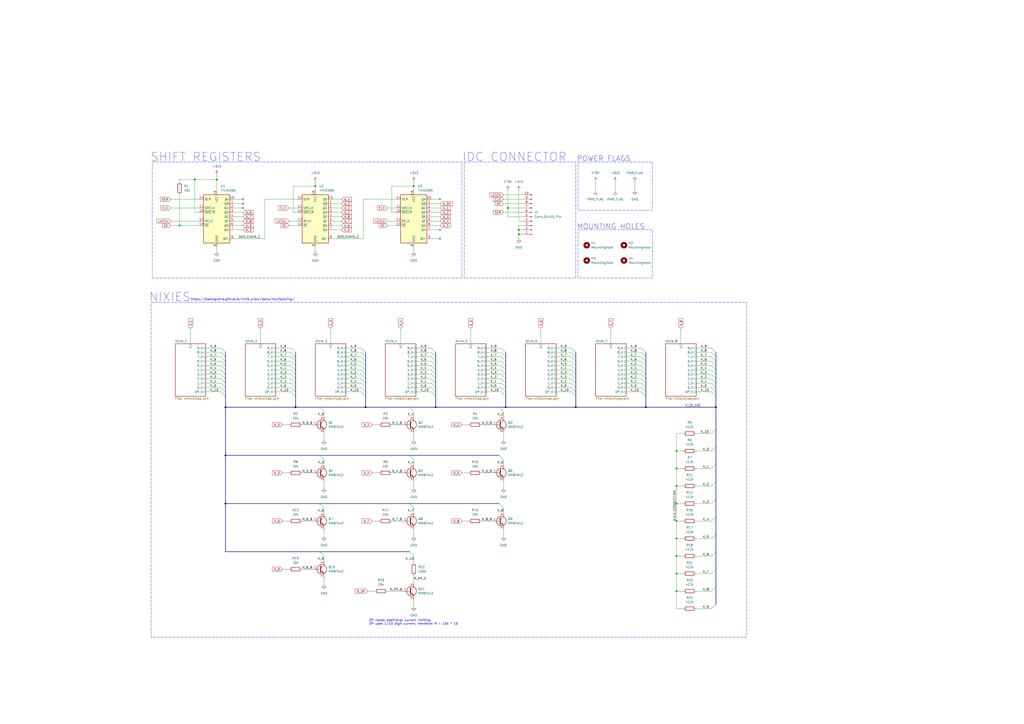
<source format=kicad_sch>
(kicad_sch (version 20231120) (generator "eeschema") (generator_version "8.0")
  (paper "A2")
  (title_block (title "Nixie Driver Board Schematic") (date "2024-07-12") (rev "0.1.2"))
  (junction (at 392.43 312.42))
  (junction (at 392.43 322.58))
  (junction (at 104.14 130.81))
  (junction (at 113.03 104.14))
  (junction (at 300.99 133.35))
  (junction (at 171.45 236.22))
  (junction (at 300.99 135.89))
  (junction (at 392.43 281.94))
  (junction (at 212.09 236.22))
  (junction (at 392.43 302.26))
  (junction (at 252.73 236.22))
  (junction (at 240.03 107.95))
  (junction (at 374.65 236.22))
  (junction (at 182.88 107.95))
  (junction (at 293.37 236.22))
  (junction (at 392.43 332.74))
  (junction (at 125.73 104.14))
  (junction (at 130.81 292.1))
  (junction (at 130.81 236.22))
  (junction (at 392.43 261.62))
  (junction (at 392.43 271.78))
  (junction (at 415.29 236.22))
  (junction (at 392.43 292.1))
  (junction (at 294.64 120.65))
  (junction (at 392.43 342.9))
  (junction (at 130.81 264.16))
  (junction (at 334.01 236.22))
  (no_connect (at 140.97 118.11))
  (no_connect (at 140.97 115.57))
  (no_connect (at 255.27 138.43))
  (no_connect (at 255.27 115.57))
  (no_connect (at 255.27 133.35))
  (no_connect (at 140.97 120.65))
  (bus_entry (at 128.27 212.09) (size 2.54 2.54))
  (bus_entry (at 372.11 207.01) (size 2.54 2.54))
  (bus_entry (at 290.83 219.71) (size 2.54 2.54))
  (bus_entry (at 412.75 207.01) (size 2.54 2.54))
  (bus_entry (at 290.83 214.63) (size 2.54 2.54))
  (bus_entry (at 185.42 264.16) (size 2.54 2.54))
  (bus_entry (at 290.83 207.01) (size 2.54 2.54))
  (bus_entry (at 289.56 264.16) (size 2.54 2.54))
  (bus_entry (at 168.91 207.01) (size 2.54 2.54))
  (bus_entry (at 331.47 204.47) (size 2.54 2.54))
  (bus_entry (at 290.83 224.79) (size 2.54 2.54))
  (bus_entry (at 289.56 292.1) (size 2.54 2.54))
  (bus_entry (at 290.83 209.55) (size 2.54 2.54))
  (bus_entry (at 412.75 281.94) (size 2.54 -2.54))
  (bus_entry (at 250.19 209.55) (size 2.54 2.54))
  (bus_entry (at 128.27 217.17) (size 2.54 2.54))
  (bus_entry (at 412.75 332.74) (size 2.54 -2.54))
  (bus_entry (at 331.47 217.17) (size 2.54 2.54))
  (bus_entry (at 209.55 207.01) (size 2.54 2.54))
  (bus_entry (at 250.19 207.01) (size 2.54 2.54))
  (bus_entry (at 331.47 207.01) (size 2.54 2.54))
  (bus_entry (at 290.83 212.09) (size 2.54 2.54))
  (bus_entry (at 412.75 271.78) (size 2.54 -2.54))
  (bus_entry (at 372.11 201.93) (size 2.54 2.54))
  (bus_entry (at 168.91 217.17) (size 2.54 2.54))
  (bus_entry (at 168.91 204.47) (size 2.54 2.54))
  (bus_entry (at 331.47 222.25) (size 2.54 2.54))
  (bus_entry (at 209.55 212.09) (size 2.54 2.54))
  (bus_entry (at 250.19 217.17) (size 2.54 2.54))
  (bus_entry (at 331.47 201.93) (size 2.54 2.54))
  (bus_entry (at 128.27 219.71) (size 2.54 2.54))
  (bus_entry (at 412.75 219.71) (size 2.54 2.54))
  (bus_entry (at 209.55 201.93) (size 2.54 2.54))
  (bus_entry (at 372.11 212.09) (size 2.54 2.54))
  (bus_entry (at 168.91 224.79) (size 2.54 2.54))
  (bus_entry (at 237.49 292.1) (size 2.54 2.54))
  (bus_entry (at 168.91 212.09) (size 2.54 2.54))
  (bus_entry (at 250.19 224.79) (size 2.54 2.54))
  (bus_entry (at 412.75 209.55) (size 2.54 2.54))
  (bus_entry (at 412.75 302.26) (size 2.54 -2.54))
  (bus_entry (at 185.42 320.04) (size 2.54 2.54))
  (bus_entry (at 209.55 217.17) (size 2.54 2.54))
  (bus_entry (at 250.19 219.71) (size 2.54 2.54))
  (bus_entry (at 250.19 201.93) (size 2.54 2.54))
  (bus_entry (at 128.27 204.47) (size 2.54 2.54))
  (bus_entry (at 185.42 236.22) (size 2.54 2.54))
  (bus_entry (at 128.27 224.79) (size 2.54 2.54))
  (bus_entry (at 128.27 207.01) (size 2.54 2.54))
  (bus_entry (at 412.75 251.46) (size 2.54 -2.54))
  (bus_entry (at 372.11 204.47) (size 2.54 2.54))
  (bus_entry (at 331.47 212.09) (size 2.54 2.54))
  (bus_entry (at 372.11 227.33) (size 2.54 2.54))
  (bus_entry (at 128.27 209.55) (size 2.54 2.54))
  (bus_entry (at 412.75 312.42) (size 2.54 -2.54))
  (bus_entry (at 372.11 214.63) (size 2.54 2.54))
  (bus_entry (at 250.19 212.09) (size 2.54 2.54))
  (bus_entry (at 331.47 224.79) (size 2.54 2.54))
  (bus_entry (at 290.83 204.47) (size 2.54 2.54))
  (bus_entry (at 128.27 214.63) (size 2.54 2.54))
  (bus_entry (at 250.19 214.63) (size 2.54 2.54))
  (bus_entry (at 412.75 214.63) (size 2.54 2.54))
  (bus_entry (at 250.19 222.25) (size 2.54 2.54))
  (bus_entry (at 168.91 222.25) (size 2.54 2.54))
  (bus_entry (at 412.75 222.25) (size 2.54 2.54))
  (bus_entry (at 209.55 214.63) (size 2.54 2.54))
  (bus_entry (at 209.55 204.47) (size 2.54 2.54))
  (bus_entry (at 128.27 227.33) (size 2.54 2.54))
  (bus_entry (at 237.49 264.16) (size 2.54 2.54))
  (bus_entry (at 289.56 236.22) (size 2.54 2.54))
  (bus_entry (at 372.11 209.55) (size 2.54 2.54))
  (bus_entry (at 209.55 222.25) (size 2.54 2.54))
  (bus_entry (at 168.91 209.55) (size 2.54 2.54))
  (bus_entry (at 290.83 217.17) (size 2.54 2.54))
  (bus_entry (at 250.19 204.47) (size 2.54 2.54))
  (bus_entry (at 168.91 201.93) (size 2.54 2.54))
  (bus_entry (at 209.55 209.55) (size 2.54 2.54))
  (bus_entry (at 412.75 212.09) (size 2.54 2.54))
  (bus_entry (at 331.47 227.33) (size 2.54 2.54))
  (bus_entry (at 412.75 224.79) (size 2.54 2.54))
  (bus_entry (at 209.55 219.71) (size 2.54 2.54))
  (bus_entry (at 331.47 209.55) (size 2.54 2.54))
  (bus_entry (at 168.91 219.71) (size 2.54 2.54))
  (bus_entry (at 331.47 214.63) (size 2.54 2.54))
  (bus_entry (at 412.75 201.93) (size 2.54 2.54))
  (bus_entry (at 250.19 227.33) (size 2.54 2.54))
  (bus_entry (at 185.42 292.1) (size 2.54 2.54))
  (bus_entry (at 237.49 320.04) (size 2.54 2.54))
  (bus_entry (at 290.83 227.33) (size 2.54 2.54))
  (bus_entry (at 372.11 219.71) (size 2.54 2.54))
  (bus_entry (at 372.11 222.25) (size 2.54 2.54))
  (bus_entry (at 237.49 236.22) (size 2.54 2.54))
  (bus_entry (at 412.75 322.58) (size 2.54 -2.54))
  (bus_entry (at 372.11 224.79) (size 2.54 2.54))
  (bus_entry (at 290.83 201.93) (size 2.54 2.54))
  (bus_entry (at 412.75 353.06) (size 2.54 -2.54))
  (bus_entry (at 412.75 342.9) (size 2.54 -2.54))
  (bus_entry (at 209.55 224.79) (size 2.54 2.54))
  (bus_entry (at 372.11 217.17) (size 2.54 2.54))
  (bus_entry (at 168.91 227.33) (size 2.54 2.54))
  (bus_entry (at 331.47 219.71) (size 2.54 2.54))
  (bus_entry (at 128.27 201.93) (size 2.54 2.54))
  (bus_entry (at 168.91 214.63) (size 2.54 2.54))
  (bus_entry (at 412.75 227.33) (size 2.54 2.54))
  (bus_entry (at 209.55 227.33) (size 2.54 2.54))
  (bus_entry (at 412.75 217.17) (size 2.54 2.54))
  (bus_entry (at 412.75 292.1) (size 2.54 -2.54))
  (bus_entry (at 412.75 261.62) (size 2.54 -2.54))
  (bus_entry (at 290.83 222.25) (size 2.54 2.54))
  (bus_entry (at 128.27 222.25) (size 2.54 2.54))
  (bus_entry (at 412.75 204.47) (size 2.54 2.54))
  (wire (pts (xy 135.89 133.35) (xy 140.97 133.35)))
  (bus (pts (xy 334.01 207.01) (xy 334.01 209.55)))
  (bus (pts (xy 415.29 222.25) (xy 415.29 224.79)))
  (wire (pts (xy 163.83 330.2) (xy 167.64 330.2)))
  (bus (pts (xy 185.42 292.1) (xy 237.49 292.1)))
  (wire (pts (xy 119.38 201.93) (xy 128.27 201.93)))
  (wire (pts (xy 322.58 207.01) (xy 331.47 207.01)))
  (wire (pts (xy 193.04 118.11) (xy 198.12 118.11)))
  (wire (pts (xy 403.86 302.26) (xy 412.75 302.26)))
  (bus (pts (xy 252.73 229.87) (xy 252.73 236.22)))
  (bus (pts (xy 293.37 219.71) (xy 293.37 222.25)))
  (wire (pts (xy 99.06 120.65) (xy 115.57 120.65)))
  (wire (pts (xy 160.02 207.01) (xy 168.91 207.01)))
  (wire (pts (xy 273.05 190.5) (xy 273.05 199.39)))
  (wire (pts (xy 200.66 201.93) (xy 209.55 201.93)))
  (wire (pts (xy 135.89 125.73) (xy 140.97 125.73)))
  (bus (pts (xy 415.29 259.08) (xy 415.29 269.24)))
  (bus (pts (xy 334.01 209.55) (xy 334.01 212.09)))
  (wire (pts (xy 193.04 133.35) (xy 198.12 133.35)))
  (wire (pts (xy 113.03 104.14) (xy 125.73 104.14)))
  (bus (pts (xy 252.73 222.25) (xy 252.73 224.79)))
  (wire (pts (xy 115.57 123.19) (xy 113.03 123.19)))
  (wire (pts (xy 135.89 138.43) (xy 153.67 138.43)))
  (wire (pts (xy 363.22 227.33) (xy 372.11 227.33)))
  (wire (pts (xy 193.04 123.19) (xy 198.12 123.19)))
  (wire (pts (xy 396.24 281.94) (xy 392.43 281.94)))
  (wire (pts (xy 250.19 130.81) (xy 255.27 130.81)))
  (bus (pts (xy 374.65 227.33) (xy 374.65 229.87)))
  (wire (pts (xy 396.24 342.9) (xy 392.43 342.9)))
  (wire (pts (xy 322.58 204.47) (xy 331.47 204.47)))
  (wire (pts (xy 160.02 217.17) (xy 168.91 217.17)))
  (bus (pts (xy 374.65 217.17) (xy 374.65 219.71)))
  (bus (pts (xy 334.01 236.22) (xy 374.65 236.22)))
  (bus (pts (xy 130.81 204.47) (xy 130.81 207.01)))
  (bus (pts (xy 130.81 207.01) (xy 130.81 209.55)))
  (wire (pts (xy 403.86 271.78) (xy 412.75 271.78)))
  (wire (pts (xy 300.99 135.89) (xy 300.99 138.43)))
  (wire (pts (xy 292.1 123.19) (xy 303.53 123.19)))
  (bus (pts (xy 374.65 207.01) (xy 374.65 209.55)))
  (bus (pts (xy 212.09 227.33) (xy 212.09 229.87)))
  (bus (pts (xy 212.09 222.25) (xy 212.09 224.79)))
  (wire (pts (xy 240.03 294.64) (xy 240.03 297.18)))
  (bus (pts (xy 212.09 229.87) (xy 212.09 236.22)))
  (wire (pts (xy 322.58 201.93) (xy 331.47 201.93)))
  (wire (pts (xy 392.43 312.42) (xy 392.43 322.58)))
  (bus (pts (xy 415.29 269.24) (xy 415.29 279.4)))
  (wire (pts (xy 403.86 353.06) (xy 412.75 353.06)))
  (wire (pts (xy 167.64 130.81) (xy 172.72 130.81)))
  (wire (pts (xy 119.38 214.63) (xy 128.27 214.63)))
  (bus (pts (xy 415.29 219.71) (xy 415.29 222.25)))
  (wire (pts (xy 227.33 123.19) (xy 227.33 107.95)))
  (bus (pts (xy 293.37 214.63) (xy 293.37 217.17)))
  (bus (pts (xy 171.45 236.22) (xy 185.42 236.22)))
  (bus (pts (xy 185.42 236.22) (xy 212.09 236.22)))
  (wire (pts (xy 200.66 209.55) (xy 209.55 209.55)))
  (bus (pts (xy 252.73 217.17) (xy 252.73 219.71)))
  (wire (pts (xy 193.04 120.65) (xy 198.12 120.65)))
  (wire (pts (xy 368.3 105.41) (xy 368.3 110.49)))
  (wire (pts (xy 170.18 123.19) (xy 170.18 107.95)))
  (wire (pts (xy 240.03 347.98) (xy 240.03 351.79)))
  (wire (pts (xy 200.66 207.01) (xy 209.55 207.01)))
  (wire (pts (xy 403.86 322.58) (xy 412.75 322.58)))
  (bus (pts (xy 130.81 236.22) (xy 171.45 236.22)))
  (bus (pts (xy 171.45 204.47) (xy 171.45 207.01)))
  (wire (pts (xy 250.19 115.57) (xy 255.27 115.57)))
  (bus (pts (xy 212.09 212.09) (xy 212.09 214.63)))
  (bus (pts (xy 185.42 320.04) (xy 237.49 320.04)))
  (wire (pts (xy 281.94 219.71) (xy 290.83 219.71)))
  (wire (pts (xy 187.96 307.34) (xy 187.96 311.15)))
  (bus (pts (xy 415.29 227.33) (xy 415.29 229.87)))
  (wire (pts (xy 279.4 246.38) (xy 284.48 246.38)))
  (bus (pts (xy 130.81 222.25) (xy 130.81 224.79)))
  (bus (pts (xy 415.29 212.09) (xy 415.29 214.63)))
  (wire (pts (xy 403.86 251.46) (xy 412.75 251.46)))
  (bus (pts (xy 237.49 292.1) (xy 289.56 292.1)))
  (wire (pts (xy 153.67 115.57) (xy 153.67 138.43)))
  (bus (pts (xy 415.29 209.55) (xy 415.29 212.09)))
  (wire (pts (xy 175.26 274.32) (xy 180.34 274.32)))
  (wire (pts (xy 229.87 123.19) (xy 227.33 123.19)))
  (wire (pts (xy 119.38 222.25) (xy 128.27 222.25)))
  (wire (pts (xy 281.94 201.93) (xy 290.83 201.93)))
  (bus (pts (xy 374.65 214.63) (xy 374.65 217.17)))
  (bus (pts (xy 171.45 224.79) (xy 171.45 227.33)))
  (bus (pts (xy 130.81 224.79) (xy 130.81 227.33)))
  (wire (pts (xy 200.66 214.63) (xy 209.55 214.63)))
  (bus (pts (xy 334.01 214.63) (xy 334.01 217.17)))
  (wire (pts (xy 99.06 115.57) (xy 115.57 115.57)))
  (bus (pts (xy 334.01 229.87) (xy 334.01 236.22)))
  (wire (pts (xy 163.83 274.32) (xy 167.64 274.32)))
  (bus (pts (xy 415.29 309.88) (xy 415.29 320.04)))
  (wire (pts (xy 292.1 238.76) (xy 292.1 241.3)))
  (wire (pts (xy 392.43 292.1) (xy 392.43 302.26)))
  (wire (pts (xy 322.58 212.09) (xy 331.47 212.09)))
  (wire (pts (xy 240.03 238.76) (xy 240.03 241.3)))
  (wire (pts (xy 363.22 217.17) (xy 372.11 217.17)))
  (bus (pts (xy 212.09 214.63) (xy 212.09 217.17)))
  (bus (pts (xy 130.81 320.04) (xy 185.42 320.04)))
  (bus (pts (xy 374.65 209.55) (xy 374.65 212.09)))
  (wire (pts (xy 396.24 261.62) (xy 392.43 261.62)))
  (wire (pts (xy 396.24 271.78) (xy 392.43 271.78)))
  (wire (pts (xy 281.94 209.55) (xy 290.83 209.55)))
  (wire (pts (xy 240.03 266.7) (xy 240.03 269.24)))
  (wire (pts (xy 193.04 125.73) (xy 198.12 125.73)))
  (wire (pts (xy 193.04 138.43) (xy 210.82 138.43)))
  (wire (pts (xy 250.19 133.35) (xy 255.27 133.35)))
  (wire (pts (xy 200.66 222.25) (xy 209.55 222.25)))
  (wire (pts (xy 240.03 322.58) (xy 240.03 326.39)))
  (bus (pts (xy 334.01 222.25) (xy 334.01 224.79)))
  (wire (pts (xy 363.22 212.09) (xy 372.11 212.09)))
  (wire (pts (xy 104.14 104.14) (xy 113.03 104.14)))
  (wire (pts (xy 267.97 302.26) (xy 271.78 302.26)))
  (wire (pts (xy 303.53 130.81) (xy 300.99 130.81)))
  (wire (pts (xy 163.83 246.38) (xy 167.64 246.38)))
  (wire (pts (xy 99.06 128.27) (xy 115.57 128.27)))
  (wire (pts (xy 119.38 209.55) (xy 128.27 209.55)))
  (bus (pts (xy 415.29 236.22) (xy 415.29 248.92)))
  (bus (pts (xy 374.65 229.87) (xy 374.65 236.22)))
  (wire (pts (xy 281.94 212.09) (xy 290.83 212.09)))
  (wire (pts (xy 322.58 214.63) (xy 331.47 214.63)))
  (bus (pts (xy 252.73 212.09) (xy 252.73 214.63)))
  (wire (pts (xy 294.64 110.49) (xy 294.64 120.65)))
  (wire (pts (xy 110.49 190.5) (xy 110.49 199.39)))
  (wire (pts (xy 160.02 209.55) (xy 168.91 209.55)))
  (wire (pts (xy 191.77 190.5) (xy 191.77 199.39)))
  (wire (pts (xy 403.86 209.55) (xy 412.75 209.55)))
  (wire (pts (xy 175.26 302.26) (xy 180.34 302.26)))
  (bus (pts (xy 415.29 214.63) (xy 415.29 217.17)))
  (wire (pts (xy 403.86 207.01) (xy 412.75 207.01)))
  (wire (pts (xy 240.03 334.01) (xy 240.03 337.82)))
  (wire (pts (xy 125.73 101.6) (xy 125.73 104.14)))
  (bus (pts (xy 374.65 212.09) (xy 374.65 214.63)))
  (wire (pts (xy 215.9 302.26) (xy 219.71 302.26)))
  (bus (pts (xy 415.29 229.87) (xy 415.29 236.22)))
  (bus (pts (xy 293.37 209.55) (xy 293.37 212.09)))
  (wire (pts (xy 267.97 246.38) (xy 271.78 246.38)))
  (wire (pts (xy 392.43 261.62) (xy 392.43 271.78)))
  (bus (pts (xy 171.45 217.17) (xy 171.45 219.71)))
  (bus (pts (xy 171.45 219.71) (xy 171.45 222.25)))
  (wire (pts (xy 345.44 105.41) (xy 345.44 110.49)))
  (bus (pts (xy 185.42 264.16) (xy 237.49 264.16)))
  (wire (pts (xy 292.1 266.7) (xy 292.1 269.24)))
  (bus (pts (xy 293.37 224.79) (xy 293.37 227.33)))
  (wire (pts (xy 281.94 207.01) (xy 290.83 207.01)))
  (wire (pts (xy 125.73 143.51) (xy 125.73 146.05)))
  (wire (pts (xy 300.99 135.89) (xy 303.53 135.89)))
  (wire (pts (xy 300.99 133.35) (xy 303.53 133.35)))
  (wire (pts (xy 232.41 190.5) (xy 232.41 199.39)))
  (bus (pts (xy 171.45 229.87) (xy 171.45 236.22)))
  (wire (pts (xy 119.38 227.33) (xy 128.27 227.33)))
  (bus (pts (xy 374.65 219.71) (xy 374.65 222.25)))
  (wire (pts (xy 241.3 201.93) (xy 250.19 201.93)))
  (bus (pts (xy 293.37 217.17) (xy 293.37 219.71)))
  (wire (pts (xy 403.86 281.94) (xy 412.75 281.94)))
  (wire (pts (xy 396.24 312.42) (xy 392.43 312.42)))
  (wire (pts (xy 215.9 246.38) (xy 219.71 246.38)))
  (wire (pts (xy 182.88 143.51) (xy 182.88 146.05)))
  (wire (pts (xy 300.99 133.35) (xy 300.99 135.89)))
  (bus (pts (xy 130.81 214.63) (xy 130.81 217.17)))
  (bus (pts (xy 171.45 212.09) (xy 171.45 214.63)))
  (bus (pts (xy 293.37 236.22) (xy 334.01 236.22)))
  (wire (pts (xy 403.86 212.09) (xy 412.75 212.09)))
  (wire (pts (xy 292.1 294.64) (xy 292.1 297.18)))
  (wire (pts (xy 227.33 274.32) (xy 232.41 274.32)))
  (bus (pts (xy 293.37 204.47) (xy 293.37 207.01)))
  (wire (pts (xy 241.3 217.17) (xy 250.19 217.17)))
  (bus (pts (xy 415.29 340.36) (xy 415.29 350.52)))
  (bus (pts (xy 374.65 204.47) (xy 374.65 207.01)))
  (wire (pts (xy 135.89 115.57) (xy 140.97 115.57)))
  (wire (pts (xy 403.86 217.17) (xy 412.75 217.17)))
  (wire (pts (xy 135.89 128.27) (xy 140.97 128.27)))
  (bus (pts (xy 415.29 217.17) (xy 415.29 219.71)))
  (wire (pts (xy 396.24 292.1) (xy 392.43 292.1)))
  (wire (pts (xy 313.69 190.5) (xy 313.69 199.39)))
  (wire (pts (xy 294.64 120.65) (xy 303.53 120.65)))
  (wire (pts (xy 300.99 110.49) (xy 300.99 128.27)))
  (wire (pts (xy 119.38 204.47) (xy 128.27 204.47)))
  (wire (pts (xy 167.64 128.27) (xy 172.72 128.27)))
  (bus (pts (xy 171.45 222.25) (xy 171.45 224.79)))
  (wire (pts (xy 119.38 224.79) (xy 128.27 224.79)))
  (wire (pts (xy 187.96 238.76) (xy 187.96 241.3)))
  (wire (pts (xy 119.38 219.71) (xy 128.27 219.71)))
  (wire (pts (xy 182.88 107.95) (xy 182.88 110.49)))
  (bus (pts (xy 171.45 209.55) (xy 171.45 212.09)))
  (wire (pts (xy 354.33 190.5) (xy 354.33 199.39)))
  (wire (pts (xy 187.96 322.58) (xy 187.96 325.12)))
  (wire (pts (xy 200.66 224.79) (xy 209.55 224.79)))
  (wire (pts (xy 363.22 201.93) (xy 372.11 201.93)))
  (bus (pts (xy 212.09 236.22) (xy 237.49 236.22)))
  (wire (pts (xy 182.88 105.41) (xy 182.88 107.95)))
  (wire (pts (xy 322.58 217.17) (xy 331.47 217.17)))
  (wire (pts (xy 292.1 307.34) (xy 292.1 311.15)))
  (wire (pts (xy 403.86 227.33) (xy 412.75 227.33)))
  (wire (pts (xy 160.02 212.09) (xy 168.91 212.09)))
  (wire (pts (xy 267.97 274.32) (xy 271.78 274.32)))
  (bus (pts (xy 334.01 219.71) (xy 334.01 222.25)))
  (bus (pts (xy 130.81 264.16) (xy 130.81 292.1)))
  (wire (pts (xy 281.94 214.63) (xy 290.83 214.63)))
  (bus (pts (xy 130.81 227.33) (xy 130.81 229.87)))
  (wire (pts (xy 250.19 123.19) (xy 255.27 123.19)))
  (bus (pts (xy 293.37 212.09) (xy 293.37 214.63)))
  (wire (pts (xy 392.43 342.9) (xy 392.43 353.06)))
  (wire (pts (xy 227.33 107.95) (xy 240.03 107.95)))
  (bus (pts (xy 252.73 209.55) (xy 252.73 212.09)))
  (bus (pts (xy 252.73 227.33) (xy 252.73 229.87)))
  (wire (pts (xy 300.99 130.81) (xy 300.99 133.35)))
  (wire (pts (xy 356.87 105.41) (xy 356.87 110.49)))
  (bus (pts (xy 130.81 209.55) (xy 130.81 212.09)))
  (wire (pts (xy 119.38 212.09) (xy 128.27 212.09)))
  (bus (pts (xy 415.29 299.72) (xy 415.29 309.88)))
  (wire (pts (xy 241.3 219.71) (xy 250.19 219.71)))
  (wire (pts (xy 187.96 279.4) (xy 187.96 283.21)))
  (wire (pts (xy 250.19 128.27) (xy 255.27 128.27)))
  (wire (pts (xy 151.13 190.5) (xy 151.13 199.39)))
  (wire (pts (xy 294.64 120.65) (xy 294.64 125.73)))
  (wire (pts (xy 187.96 294.64) (xy 187.96 297.18)))
  (bus (pts (xy 252.73 214.63) (xy 252.73 217.17)))
  (bus (pts (xy 252.73 204.47) (xy 252.73 207.01)))
  (wire (pts (xy 292.1 251.46) (xy 292.1 255.27)))
  (wire (pts (xy 396.24 332.74) (xy 392.43 332.74)))
  (wire (pts (xy 279.4 274.32) (xy 284.48 274.32)))
  (bus (pts (xy 212.09 207.01) (xy 212.09 209.55)))
  (wire (pts (xy 104.14 105.41) (xy 104.14 104.14)))
  (wire (pts (xy 175.26 246.38) (xy 180.34 246.38)))
  (wire (pts (xy 241.3 207.01) (xy 250.19 207.01)))
  (wire (pts (xy 281.94 204.47) (xy 290.83 204.47)))
  (wire (pts (xy 250.19 125.73) (xy 255.27 125.73)))
  (wire (pts (xy 240.03 105.41) (xy 240.03 107.95)))
  (wire (pts (xy 396.24 302.26) (xy 392.43 302.26)))
  (wire (pts (xy 322.58 224.79) (xy 331.47 224.79)))
  (wire (pts (xy 160.02 224.79) (xy 168.91 224.79)))
  (wire (pts (xy 224.79 130.81) (xy 229.87 130.81)))
  (wire (pts (xy 224.79 120.65) (xy 229.87 120.65)))
  (bus (pts (xy 415.29 224.79) (xy 415.29 227.33)))
  (wire (pts (xy 135.89 130.81) (xy 140.97 130.81)))
  (bus (pts (xy 293.37 222.25) (xy 293.37 224.79)))
  (wire (pts (xy 160.02 219.71) (xy 168.91 219.71)))
  (bus (pts (xy 130.81 236.22) (xy 130.81 264.16)))
  (wire (pts (xy 193.04 128.27) (xy 198.12 128.27)))
  (wire (pts (xy 392.43 271.78) (xy 392.43 281.94)))
  (wire (pts (xy 187.96 266.7) (xy 187.96 269.24)))
  (wire (pts (xy 240.03 251.46) (xy 240.03 255.27)))
  (wire (pts (xy 363.22 209.55) (xy 372.11 209.55)))
  (wire (pts (xy 227.33 246.38) (xy 232.41 246.38)))
  (wire (pts (xy 200.66 204.47) (xy 209.55 204.47)))
  (wire (pts (xy 193.04 130.81) (xy 198.12 130.81)))
  (wire (pts (xy 403.86 224.79) (xy 412.75 224.79)))
  (wire (pts (xy 392.43 251.46) (xy 392.43 261.62)))
  (wire (pts (xy 363.22 204.47) (xy 372.11 204.47)))
  (wire (pts (xy 322.58 219.71) (xy 331.47 219.71)))
  (wire (pts (xy 99.06 130.81) (xy 104.14 130.81)))
  (wire (pts (xy 175.26 330.2) (xy 180.34 330.2)))
  (bus (pts (xy 171.45 207.01) (xy 171.45 209.55)))
  (wire (pts (xy 104.14 113.03) (xy 104.14 130.81)))
  (wire (pts (xy 224.79 128.27) (xy 229.87 128.27)))
  (bus (pts (xy 252.73 219.71) (xy 252.73 222.25)))
  (wire (pts (xy 279.4 302.26) (xy 284.48 302.26)))
  (wire (pts (xy 396.24 322.58) (xy 392.43 322.58)))
  (bus (pts (xy 130.81 229.87) (xy 130.81 236.22)))
  (wire (pts (xy 403.86 292.1) (xy 412.75 292.1)))
  (wire (pts (xy 240.03 307.34) (xy 240.03 311.15)))
  (wire (pts (xy 403.86 214.63) (xy 412.75 214.63)))
  (wire (pts (xy 281.94 227.33) (xy 290.83 227.33)))
  (wire (pts (xy 403.86 204.47) (xy 412.75 204.47)))
  (bus (pts (xy 237.49 264.16) (xy 289.56 264.16)))
  (bus (pts (xy 293.37 229.87) (xy 293.37 236.22)))
  (wire (pts (xy 200.66 212.09) (xy 209.55 212.09)))
  (bus (pts (xy 415.29 279.4) (xy 415.29 289.56)))
  (wire (pts (xy 281.94 222.25) (xy 290.83 222.25)))
  (wire (pts (xy 392.43 332.74) (xy 392.43 342.9)))
  (wire (pts (xy 403.86 261.62) (xy 412.75 261.62)))
  (bus (pts (xy 252.73 207.01) (xy 252.73 209.55)))
  (wire (pts (xy 292.1 113.03) (xy 303.53 113.03)))
  (wire (pts (xy 193.04 115.57) (xy 198.12 115.57)))
  (bus (pts (xy 252.73 236.22) (xy 289.56 236.22)))
  (wire (pts (xy 322.58 209.55) (xy 331.47 209.55)))
  (wire (pts (xy 392.43 281.94) (xy 392.43 292.1)))
  (wire (pts (xy 394.97 190.5) (xy 394.97 199.39)))
  (wire (pts (xy 187.96 251.46) (xy 187.96 255.27)))
  (wire (pts (xy 119.38 207.01) (xy 128.27 207.01)))
  (wire (pts (xy 241.3 224.79) (xy 250.19 224.79)))
  (wire (pts (xy 119.38 217.17) (xy 128.27 217.17)))
  (bus (pts (xy 130.81 292.1) (xy 130.81 320.04)))
  (bus (pts (xy 415.29 320.04) (xy 415.29 330.2)))
  (bus (pts (xy 334.01 217.17) (xy 334.01 219.71)))
  (wire (pts (xy 294.64 125.73) (xy 303.53 125.73)))
  (bus (pts (xy 415.29 289.56) (xy 415.29 299.72)))
  (wire (pts (xy 250.19 118.11) (xy 255.27 118.11)))
  (wire (pts (xy 160.02 214.63) (xy 168.91 214.63)))
  (bus (pts (xy 237.49 236.22) (xy 252.73 236.22)))
  (bus (pts (xy 334.01 204.47) (xy 334.01 207.01)))
  (wire (pts (xy 241.3 222.25) (xy 250.19 222.25)))
  (bus (pts (xy 415.29 330.2) (xy 415.29 340.36)))
  (wire (pts (xy 322.58 227.33) (xy 331.47 227.33)))
  (wire (pts (xy 160.02 201.93) (xy 168.91 201.93)))
  (bus (pts (xy 374.65 236.22) (xy 415.29 236.22)))
  (wire (pts (xy 403.86 219.71) (xy 412.75 219.71)))
  (wire (pts (xy 172.72 123.19) (xy 170.18 123.19)))
  (bus (pts (xy 415.29 204.47) (xy 415.29 207.01)))
  (bus (pts (xy 415.29 207.01) (xy 415.29 209.55)))
  (wire (pts (xy 241.3 204.47) (xy 250.19 204.47)))
  (wire (pts (xy 224.79 342.9) (xy 232.41 342.9)))
  (wire (pts (xy 210.82 115.57) (xy 229.87 115.57)))
  (wire (pts (xy 210.82 138.43) (xy 210.82 115.57)))
  (bus (pts (xy 374.65 224.79) (xy 374.65 227.33)))
  (wire (pts (xy 392.43 353.06) (xy 396.24 353.06)))
  (wire (pts (xy 403.86 312.42) (xy 412.75 312.42)))
  (bus (pts (xy 415.29 248.92) (xy 415.29 259.08)))
  (wire (pts (xy 363.22 224.79) (xy 372.11 224.79)))
  (wire (pts (xy 163.83 302.26) (xy 167.64 302.26)))
  (wire (pts (xy 403.86 342.9) (xy 412.75 342.9)))
  (bus (pts (xy 374.65 222.25) (xy 374.65 224.79)))
  (bus (pts (xy 334.01 227.33) (xy 334.01 229.87)))
  (bus (pts (xy 171.45 214.63) (xy 171.45 217.17)))
  (bus (pts (xy 130.81 217.17) (xy 130.81 219.71)))
  (bus (pts (xy 212.09 209.55) (xy 212.09 212.09)))
  (wire (pts (xy 281.94 217.17) (xy 290.83 217.17)))
  (bus (pts (xy 293.37 207.01) (xy 293.37 209.55)))
  (wire (pts (xy 403.86 201.93) (xy 412.75 201.93)))
  (wire (pts (xy 135.89 118.11) (xy 140.97 118.11)))
  (wire (pts (xy 303.53 128.27) (xy 300.99 128.27)))
  (bus (pts (xy 130.81 292.1) (xy 185.42 292.1)))
  (wire (pts (xy 363.22 219.71) (xy 372.11 219.71)))
  (bus (pts (xy 334.01 224.79) (xy 334.01 227.33)))
  (wire (pts (xy 170.18 107.95) (xy 182.88 107.95)))
  (wire (pts (xy 292.1 115.57) (xy 303.53 115.57)))
  (bus (pts (xy 212.09 217.17) (xy 212.09 219.71)))
  (wire (pts (xy 240.03 279.4) (xy 240.03 283.21)))
  (bus (pts (xy 130.81 219.71) (xy 130.81 222.25)))
  (bus (pts (xy 252.73 224.79) (xy 252.73 227.33)))
  (wire (pts (xy 125.73 104.14) (xy 125.73 110.49)))
  (bus (pts (xy 212.09 224.79) (xy 212.09 227.33)))
  (bus (pts (xy 130.81 212.09) (xy 130.81 214.63)))
  (wire (pts (xy 241.3 212.09) (xy 250.19 212.09)))
  (wire (pts (xy 363.22 207.01) (xy 372.11 207.01)))
  (wire (pts (xy 160.02 222.25) (xy 168.91 222.25)))
  (bus (pts (xy 334.01 212.09) (xy 334.01 214.63)))
  (wire (pts (xy 322.58 222.25) (xy 331.47 222.25)))
  (wire (pts (xy 135.89 120.65) (xy 140.97 120.65)))
  (wire (pts (xy 250.19 120.65) (xy 255.27 120.65)))
  (bus (pts (xy 171.45 227.33) (xy 171.45 229.87)))
  (wire (pts (xy 160.02 204.47) (xy 168.91 204.47)))
  (wire (pts (xy 200.66 227.33) (xy 209.55 227.33)))
  (wire (pts (xy 250.19 138.43) (xy 255.27 138.43)))
  (bus (pts (xy 293.37 227.33) (xy 293.37 229.87)))
  (wire (pts (xy 392.43 302.26) (xy 392.43 312.42)))
  (wire (pts (xy 292.1 118.11) (xy 303.53 118.11)))
  (bus (pts (xy 212.09 219.71) (xy 212.09 222.25)))
  (wire (pts (xy 281.94 224.79) (xy 290.83 224.79)))
  (wire (pts (xy 153.67 115.57) (xy 172.72 115.57)))
  (wire (pts (xy 240.03 107.95) (xy 240.03 110.49)))
  (wire (pts (xy 200.66 219.71) (xy 209.55 219.71)))
  (wire (pts (xy 392.43 322.58) (xy 392.43 332.74)))
  (wire (pts (xy 215.9 274.32) (xy 219.71 274.32)))
  (wire (pts (xy 363.22 222.25) (xy 372.11 222.25)))
  (bus (pts (xy 289.56 236.22) (xy 293.37 236.22)))
  (wire (pts (xy 241.3 209.55) (xy 250.19 209.55)))
  (wire (pts (xy 213.36 342.9) (xy 217.17 342.9)))
  (wire (pts (xy 104.14 130.81) (xy 115.57 130.81)))
  (wire (pts (xy 363.22 214.63) (xy 372.11 214.63)))
  (wire (pts (xy 187.96 335.28) (xy 187.96 339.09)))
  (wire (pts (xy 227.33 302.26) (xy 232.41 302.26)))
  (wire (pts (xy 135.89 123.19) (xy 140.97 123.19)))
  (wire (pts (xy 403.86 222.25) (xy 412.75 222.25)))
  (wire (pts (xy 160.02 227.33) (xy 168.91 227.33)))
  (wire (pts (xy 113.03 104.14) (xy 113.03 123.19)))
  (wire (pts (xy 200.66 217.17) (xy 209.55 217.17)))
  (wire (pts (xy 241.3 214.63) (xy 250.19 214.63)))
  (bus (pts (xy 212.09 204.47) (xy 212.09 207.01)))
  (wire (pts (xy 241.3 227.33) (xy 250.19 227.33)))
  (wire (pts (xy 167.64 120.65) (xy 172.72 120.65)))
  (wire (pts (xy 403.86 332.74) (xy 412.75 332.74)))
  (bus (pts (xy 130.81 264.16) (xy 185.42 264.16)))
  (wire (pts (xy 292.1 279.4) (xy 292.1 283.21)))
  (wire (pts (xy 240.03 143.51) (xy 240.03 146.05)))
  (wire (pts (xy 396.24 251.46) (xy 392.43 251.46)))
  (rectangle (start 269.24 93.98) (end 334.01 161.29) (stroke (width 0) (type dash)))
  (rectangle (start 335.28 93.98) (end 378.46 121.92) (stroke (width 0) (type dash)))
  (rectangle (start 335.28 133.35) (end 378.46 161.29) (stroke (width 0) (type dash)))
  (rectangle (start 88.265 93.98) (end 267.97 161.29) (stroke (width 0) (type dash)))
  (rectangle (start 87.63 175.26) (end 433.07 369.57) (stroke (width 0) (type dash)))
  (text "SHIFT REGISTERS" (at 119.38 91.186 0) (effects (font (size 5 5))))
  (text "https://joselogreira.github.io/nixie_clock/docs/multiplexing/" (at 140.716 173.736 0) (effects (font (size 1.27 1.27))))
  (text "IDC CONNECTOR" (at 298.45 91.186 0) (effects (font (size 5 5))))
  (text "MOUNTING HOLES" (at 354.33 131.572 0) (effects (font (size 3 3))))
  (text "NIXIES" (at 98.552 172.466 0) (effects (font (size 5 5))))
  (text "POWER FLAGS" (at 350.266 92.202 0) (effects (font (size 3 3))))
  (text "DP needs additional current limiting.\nDP uses 1/10 digit current, therefore R = 10k * 10" (at 214.122 362.712 0) (effects (font (size 1.27 1.27)) (justify left bottom)))
  (label "K_1" (at 240.03 241.3 180))
  (label "K_3" (at 203.2 217.17 0))
  (label "K_7" (at 407.67 332.74 0))
  (label "K_4" (at 325.12 214.63 0))
  (label "K_6" (at 162.56 209.55 0))
  (label "K_5" (at 406.4 212.09 0))
  (label "K_7" (at 284.48 207.01 0))
  (label "K_[0..10]" (at 397.51 236.22 0))
  (label "K_2" (at 292.1 241.3 180))
  (label "K_7" (at 325.12 207.01 0))
  (label "K_2" (at 325.12 219.71 0))
  (label "K_2" (at 121.92 219.71 0))
  (label "K_6" (at 284.48 209.55 0))
  (label "K_1" (at 121.92 222.25 0))
  (label "K_1" (at 325.12 222.25 0))
  (label "K_8" (at 121.92 204.47 0))
  (label "K_8" (at 162.56 204.47 0))
  (label "K_6" (at 325.12 209.55 0))
  (label "K_10" (at 121.92 227.33 0))
  (label "K_4" (at 203.2 214.63 0))
  (label "K_7" (at 240.03 297.18 180))
  (label "K_1" (at 406.4 222.25 0))
  (label "N_9_B" (at 175.26 330.2 0))
  (label "N_8_B" (at 279.4 302.26 0))
  (label "K_3" (at 121.92 217.17 0))
  (label "K_7" (at 121.92 207.01 0))
  (label "K_10" (at 365.76 227.33 0))
  (label "N_DP_C" (at 240.03 336.55 0))
  (label "K_8" (at 284.48 204.47 0))
  (label "K_9" (at 187.96 325.12 180))
  (label "K_4" (at 243.84 214.63 0))
  (label "K_3" (at 284.48 217.17 0))
  (label "N_4_B" (at 227.33 274.32 0))
  (label "K_5" (at 407.67 312.42 0))
  (label "K_3" (at 406.4 217.17 0))
  (label "K_6" (at 406.4 209.55 0))
  (label "K_9" (at 243.84 201.93 0))
  (label "K_5" (at 162.56 212.09 0))
  (label "K_10" (at 284.48 227.33 0))
  (label "K_0" (at 407.67 261.62 0))
  (label "K_6" (at 187.96 297.18 180))
  (label "K_9" (at 203.2 201.93 0))
  (label "K_9" (at 284.48 201.93 0))
  (label "K_0" (at 325.12 224.79 0))
  (label "K_7" (at 365.76 207.01 0))
  (label "K_3" (at 407.67 292.1 0))
  (label "NIXIE_CONNECTION" (at 392.43 302.26 90))
  (label "N_DP_B" (at 226.06 342.9 0))
  (label "K_9" (at 407.67 353.06 0))
  (label "K_6" (at 121.92 209.55 0))
  (label "K_4" (at 407.67 302.26 0))
  (label "K_4" (at 406.4 214.63 0))
  (label "K_1" (at 365.76 222.25 0))
  (label "K_5" (at 203.2 212.09 0))
  (label "K_5" (at 292.1 269.24 180))
  (label "K_2" (at 365.76 219.71 0))
  (label "K_6" (at 365.76 209.55 0))
  (label "K_2" (at 203.2 219.71 0))
  (label "N_5_B" (at 279.4 274.32 0))
  (label "N_6_B" (at 175.26 302.26 0))
  (label "K_5" (at 365.76 212.09 0))
  (label "K_0" (at 365.76 224.79 0))
  (label "K_9" (at 121.92 201.93 0))
  (label "K_9" (at 365.76 201.93 0))
  (label "K_2" (at 243.84 219.71 0))
  (label "K_0" (at 187.96 241.3 180))
  (label "K_0" (at 243.84 224.79 0))
  (label "K_1" (at 407.67 271.78 0))
  (label "K_5" (at 284.48 212.09 0))
  (label "K_3" (at 325.12 217.17 0))
  (label "K_7" (at 162.56 207.01 0))
  (label "K_8" (at 325.12 204.47 0))
  (label "N_2_B" (at 279.4 246.38 0))
  (label "K_10" (at 243.84 227.33 0))
  (label "SER_CHAIN_2" (at 195.58 138.43 0))
  (label "K_10" (at 406.4 251.46 0))
  (label "K_5" (at 325.12 212.09 0))
  (label "K_3" (at 243.84 217.17 0))
  (label "K_5" (at 243.84 212.09 0))
  (label "K_7" (at 203.2 207.01 0))
  (label "K_9" (at 162.56 201.93 0))
  (label "K_4" (at 240.03 269.24 180))
  (label "K_7" (at 406.4 207.01 0))
  (label "K_8" (at 407.67 342.9 0))
  (label "K_6" (at 407.67 322.58 0))
  (label "N_1_B" (at 227.33 246.38 0))
  (label "K_1" (at 284.48 222.25 0))
  (label "N_7_B" (at 227.33 302.26 0))
  (label "K_10" (at 406.4 227.33 0))
  (label "K_3" (at 162.56 217.17 0))
  (label "K_3" (at 365.76 217.17 0))
  (label "K_1" (at 162.56 222.25 0))
  (label "K_8" (at 203.2 204.47 0))
  (label "K_0" (at 284.48 224.79 0))
  (label "K_8" (at 406.4 204.47 0))
  (label "K_2" (at 406.4 219.71 0))
  (label "K_10" (at 162.56 227.33 0))
  (label "K_9" (at 325.12 201.93 0))
  (label "K_2" (at 284.48 219.71 0))
  (label "K_0" (at 162.56 224.79 0))
  (label "K_0" (at 121.92 224.79 0))
  (label "K_1" (at 243.84 222.25 0))
  (label "K_8" (at 243.84 204.47 0))
  (label "K_2" (at 162.56 219.71 0))
  (label "K_10" (at 325.12 227.33 0))
  (label "K_2" (at 407.67 281.94 0))
  (label "K_10" (at 240.03 325.12 180))
  (label "SER_CHAIN_1" (at 138.43 138.43 0))
  (label "K_9" (at 406.4 201.93 0))
  (label "K_4" (at 365.76 214.63 0))
  (label "K_7" (at 243.84 207.01 0))
  (label "N_0_B" (at 175.26 246.38 0))
  (label "K_5" (at 121.92 212.09 0))
  (label "K_10" (at 203.2 227.33 0))
  (label "K_3" (at 187.96 269.24 180))
  (label "K_6" (at 203.2 209.55 0))
  (label "K_8" (at 365.76 204.47 0))
  (label "K_0" (at 406.4 224.79 0))
  (label "K_4" (at 121.92 214.63 0))
  (label "K_1" (at 203.2 222.25 0))
  (label "K_0" (at 203.2 224.79 0))
  (label "K_6" (at 243.84 209.55 0))
  (label "K_4" (at 162.56 214.63 0))
  (label "K_4" (at 284.48 214.63 0))
  (label "N_3_B" (at 175.26 274.32 0))
  (label "K_8" (at 292.1 297.18 180))
  (global_label "SER" (shape input) (at 99.06 115.57 180) (property "Intersheetrefs" "${INTERSHEET_REFS}" (effects (hide yes))))
  (global_label "A_7" (shape input) (at 198.12 128.27 0) (property "Intersheetrefs" "${INTERSHEET_REFS}" (effects (hide yes))))
  (global_label "N_0" (shape input) (at 163.83 246.38 180) (property "Intersheetrefs" "${INTERSHEET_REFS}" (effects (hide yes))))
  (global_label "N_4" (shape input) (at 215.9 274.32 180) (property "Intersheetrefs" "${INTERSHEET_REFS}" (effects (hide yes))))
  (global_label "A_8" (shape input) (at 394.97 190.5 90) (property "Intersheetrefs" "${INTERSHEET_REFS}" (effects (hide yes))))
  (global_label "LATCH" (shape input) (at 167.64 128.27 180) (property "Intersheetrefs" "${INTERSHEET_REFS}" (effects (hide yes))))
  (global_label "N_0" (shape input) (at 140.97 133.35 0) (property "Intersheetrefs" "${INTERSHEET_REFS}" (effects (hide yes))))
  (global_label "N_9" (shape input) (at 163.83 330.2 180) (property "Intersheetrefs" "${INTERSHEET_REFS}" (effects (hide yes))))
  (global_label "SER" (shape input) (at 292.1 123.19 180) (property "Intersheetrefs" "${INTERSHEET_REFS}" (effects (hide yes))))
  (global_label "N_8" (shape input) (at 267.97 302.26 180) (property "Intersheetrefs" "${INTERSHEET_REFS}" (effects (hide yes))))
  (global_label "N_4" (shape input) (at 255.27 128.27 0) (property "Intersheetrefs" "${INTERSHEET_REFS}" (effects (hide yes))))
  (global_label "N_7" (shape input) (at 215.9 302.26 180) (property "Intersheetrefs" "${INTERSHEET_REFS}" (effects (hide yes))))
  (global_label "N_8" (shape input) (at 140.97 128.27 0) (property "Intersheetrefs" "${INTERSHEET_REFS}" (effects (hide yes))))
  (global_label "A_5" (shape input) (at 198.12 133.35 0) (property "Intersheetrefs" "${INTERSHEET_REFS}" (effects (hide yes))))
  (global_label "N_7" (shape input) (at 140.97 125.73 0) (property "Intersheetrefs" "${INTERSHEET_REFS}" (effects (hide yes))))
  (global_label "N_3" (shape input) (at 163.83 274.32 180) (property "Intersheetrefs" "${INTERSHEET_REFS}" (effects (hide yes))))
  (global_label "A_1" (shape input) (at 198.12 123.19 0) (property "Intersheetrefs" "${INTERSHEET_REFS}" (effects (hide yes))))
  (global_label "A_7" (shape input) (at 354.33 190.5 90) (property "Intersheetrefs" "${INTERSHEET_REFS}" (effects (hide yes))))
  (global_label "CLK" (shape input) (at 292.1 115.57 180) (property "Intersheetrefs" "${INTERSHEET_REFS}" (effects (hide yes))))
  (global_label "A_8" (shape input) (at 198.12 125.73 0) (property "Intersheetrefs" "${INTERSHEET_REFS}" (effects (hide yes))))
  (global_label "A_3" (shape input) (at 198.12 118.11 0) (property "Intersheetrefs" "${INTERSHEET_REFS}" (effects (hide yes))))
  (global_label "N_2" (shape input) (at 267.97 246.38 180) (property "Intersheetrefs" "${INTERSHEET_REFS}" (effects (hide yes))))
  (global_label "A_2" (shape input) (at 151.13 190.5 90) (property "Intersheetrefs" "${INTERSHEET_REFS}" (effects (hide yes))))
  (global_label "OE" (shape input) (at 99.06 130.81 180) (property "Intersheetrefs" "${INTERSHEET_REFS}" (effects (hide yes))))
  (global_label "N_1" (shape input) (at 255.27 120.65 0) (property "Intersheetrefs" "${INTERSHEET_REFS}" (effects (hide yes))))
  (global_label "N_6" (shape input) (at 163.83 302.26 180) (property "Intersheetrefs" "${INTERSHEET_REFS}" (effects (hide yes))))
  (global_label "N_DP" (shape input) (at 255.27 118.11 0) (property "Intersheetrefs" "${INTERSHEET_REFS}" (effects (hide yes))))
  (global_label "N_6" (shape input) (at 140.97 123.19 0) (property "Intersheetrefs" "${INTERSHEET_REFS}" (effects (hide yes))))
  (global_label "A_2" (shape input) (at 198.12 120.65 0) (property "Intersheetrefs" "${INTERSHEET_REFS}" (effects (hide yes))))
  (global_label "N_5" (shape input) (at 267.97 274.32 180) (property "Intersheetrefs" "${INTERSHEET_REFS}" (effects (hide yes))))
  (global_label "A_5" (shape input) (at 273.05 190.5 90) (property "Intersheetrefs" "${INTERSHEET_REFS}" (effects (hide yes))))
  (global_label "N_5" (shape input) (at 255.27 130.81 0) (property "Intersheetrefs" "${INTERSHEET_REFS}" (effects (hide yes))))
  (global_label "A_4" (shape input) (at 232.41 190.5 90) (property "Intersheetrefs" "${INTERSHEET_REFS}" (effects (hide yes))))
  (global_label "N_2" (shape input) (at 255.27 123.19 0) (property "Intersheetrefs" "${INTERSHEET_REFS}" (effects (hide yes))))
  (global_label "N_1" (shape input) (at 215.9 246.38 180) (property "Intersheetrefs" "${INTERSHEET_REFS}" (effects (hide yes))))
  (global_label "LATCH" (shape input) (at 292.1 113.03 180) (property "Intersheetrefs" "${INTERSHEET_REFS}" (effects (hide yes))))
  (global_label "A_6" (shape input) (at 198.12 130.81 0) (property "Intersheetrefs" "${INTERSHEET_REFS}" (effects (hide yes))))
  (global_label "A_4" (shape input) (at 198.12 115.57 0) (property "Intersheetrefs" "${INTERSHEET_REFS}" (effects (hide yes))))
  (global_label "LATCH" (shape input) (at 99.06 128.27 180) (property "Intersheetrefs" "${INTERSHEET_REFS}" (effects (hide yes))))
  (global_label "N_DP" (shape input) (at 213.36 342.9 180) (property "Intersheetrefs" "${INTERSHEET_REFS}" (effects (hide yes))))
  (global_label "N_9" (shape input) (at 140.97 130.81 0) (property "Intersheetrefs" "${INTERSHEET_REFS}" (effects (hide yes))))
  (global_label "A_1" (shape input) (at 110.49 190.5 90) (property "Intersheetrefs" "${INTERSHEET_REFS}" (effects (hide yes))))
  (global_label "A_3" (shape input) (at 191.77 190.5 90) (property "Intersheetrefs" "${INTERSHEET_REFS}" (effects (hide yes))))
  (global_label "CLK" (shape input) (at 167.64 120.65 180) (property "Intersheetrefs" "${INTERSHEET_REFS}" (effects (hide yes))))
  (global_label "A_6" (shape input) (at 313.69 190.5 90) (property "Intersheetrefs" "${INTERSHEET_REFS}" (effects (hide yes))))
  (global_label "OE" (shape input) (at 167.64 130.81 180) (property "Intersheetrefs" "${INTERSHEET_REFS}" (effects (hide yes))))
  (global_label "CLK" (shape input) (at 224.79 120.65 180) (property "Intersheetrefs" "${INTERSHEET_REFS}" (effects (hide yes))))
  (global_label "CLK" (shape input) (at 99.06 120.65 180) (property "Intersheetrefs" "${INTERSHEET_REFS}" (effects (hide yes))))
  (global_label "OE" (shape input) (at 292.1 118.11 180) (property "Intersheetrefs" "${INTERSHEET_REFS}" (effects (hide yes))))
  (global_label "N_3" (shape input) (at 255.27 125.73 0) (property "Intersheetrefs" "${INTERSHEET_REFS}" (effects (hide yes))))
  (global_label "OE" (shape input) (at 224.79 130.81 180) (property "Intersheetrefs" "${INTERSHEET_REFS}" (effects (hide yes))))
  (global_label "LATCH" (shape input) (at 224.79 128.27 180) (property "Intersheetrefs" "${INTERSHEET_REFS}" (effects (hide yes))))
  (symbol (lib_id "Transistor_BJT:MMBTA42") (at 289.56 274.32 0) (unit 1)
    (property "Reference" "Q6" (at 294.64 273.0499 0) (effects (justify left)))
    (property "Value" "MMBTA42" (at 294.64 275.5899 0) (effects (justify left)))
    (property "Footprint" "Package_TO_SOT_SMD:SOT-23" (effects (hide yes)))
    (property "Datasheet" "https://www.onsemi.com/pub/Collateral/MMBTA42LT1-D.PDF" (effects (hide yes)))
    (property "Description" "0.5A Ic, 300V Vce, NPN High Voltage Transistor, SOT-23" (effects (hide yes)))
  )
  (symbol (lib_id "power:+3V3") (at 300.99 110.49 0) (unit 1)
    (property "Reference" "#PWR011" (effects (hide yes)))
    (property "Value" "+3V3" (at 300.99 105.41 0))
    (property "Description" "Power symbol creates a global label with name \"+3V3\"" (effects (hide yes)))
  )
  (symbol (lib_id "power:GND") (at 125.73 146.05 0) (unit 1)
    (property "Reference" "#PWR05" (effects (hide yes)))
    (property "Value" "GND" (at 125.73 151.13 0))
    (property "Description" "Power symbol creates a global label with name \"GND\" , ground" (effects (hide yes)))
  )
  (symbol (lib_id "power:GND") (at 182.88 146.05 0) (unit 1)
    (property "Reference" "#PWR06" (effects (hide yes)))
    (property "Value" "GND" (at 182.88 151.13 0))
    (property "Description" "Power symbol creates a global label with name \"GND\" , ground" (effects (hide yes)))
  )
  (symbol (lib_id "Transistor_BJT:MMBTA42") (at 237.49 246.38 0) (unit 1)
    (property "Reference" "Q2" (at 242.57 245.1099 0) (effects (justify left)))
    (property "Value" "MMBTA42" (at 242.57 247.6499 0) (effects (justify left)))
    (property "Footprint" "Package_TO_SOT_SMD:SOT-23" (effects (hide yes)))
    (property "Datasheet" "https://www.onsemi.com/pub/Collateral/MMBTA42LT1-D.PDF" (effects (hide yes)))
    (property "Description" "0.5A Ic, 300V Vce, NPN High Voltage Transistor, SOT-23" (effects (hide yes)))
  )
  (symbol (lib_id "Device:R") (at 400.05 312.42 270) (mirror x) (unit 1)
    (property "Reference" "R17" (at 400.05 306.07 90))
    (property "Value" "412k" (at 400.05 308.61 90))
    (property "Footprint" "Resistor_SMD:R_1206_3216Metric" (effects (hide yes)))
    (property "Description" "Resistor" (effects (hide yes)))
  )
  (symbol (lib_id "Transistor_BJT:MMBTA42") (at 185.42 246.38 0) (unit 1)
    (property "Reference" "Q1" (at 190.5 245.1099 0) (effects (justify left)))
    (property "Value" "MMBTA42" (at 190.5 247.6499 0) (effects (justify left)))
    (property "Footprint" "Package_TO_SOT_SMD:SOT-23" (effects (hide yes)))
    (property "Datasheet" "https://www.onsemi.com/pub/Collateral/MMBTA42LT1-D.PDF" (effects (hide yes)))
    (property "Description" "0.5A Ic, 300V Vce, NPN High Voltage Transistor, SOT-23" (effects (hide yes)))
  )
  (symbol (lib_id "power:PWR_FLAG") (at 345.44 110.49 180) (unit 1)
    (property "Reference" "#FLG02" (effects (hide yes)))
    (property "Value" "PWR_FLAG" (at 345.44 115.57 0))
    (property "Description" "Special symbol for telling ERC where power comes from" (effects (hide yes)))
  )
  (symbol (lib_id "Transistor_BJT:MMBTA42") (at 289.56 246.38 0) (unit 1)
    (property "Reference" "Q3" (at 294.64 245.1099 0) (effects (justify left)))
    (property "Value" "MMBTA42" (at 294.64 247.6499 0) (effects (justify left)))
    (property "Footprint" "Package_TO_SOT_SMD:SOT-23" (effects (hide yes)))
    (property "Datasheet" "https://www.onsemi.com/pub/Collateral/MMBTA42LT1-D.PDF" (effects (hide yes)))
    (property "Description" "0.5A Ic, 300V Vce, NPN High Voltage Transistor, SOT-23" (effects (hide yes)))
  )
  (symbol (lib_id "Device:R") (at 171.45 330.2 90) (unit 1)
    (property "Reference" "R19" (at 171.45 323.85 90))
    (property "Value" "10k" (at 171.45 326.39 90))
    (property "Footprint" "Resistor_SMD:R_0603_1608Metric" (effects (hide yes)))
    (property "Description" "Resistor" (effects (hide yes)))
  )
  (symbol (lib_id "power:GND") (at 292.1 311.15 0) (unit 1)
    (property "Reference" "#PWR021" (effects (hide yes)))
    (property "Value" "GND" (at 292.1 316.23 0))
    (property "Description" "Power symbol creates a global label with name \"GND\" , ground" (effects (hide yes)))
  )
  (symbol (lib_id "Device:R") (at 171.45 274.32 90) (unit 1)
    (property "Reference" "R8" (at 171.45 267.97 90))
    (property "Value" "10k" (at 171.45 270.51 90))
    (property "Footprint" "Resistor_SMD:R_0603_1608Metric" (effects (hide yes)))
    (property "Description" "Resistor" (effects (hide yes)))
  )
  (symbol (lib_id "power:GND") (at 187.96 283.21 0) (unit 1)
    (property "Reference" "#PWR016" (effects (hide yes)))
    (property "Value" "GND" (at 187.96 288.29 0))
    (property "Description" "Power symbol creates a global label with name \"GND\" , ground" (effects (hide yes)))
  )
  (symbol (lib_id "Device:R") (at 223.52 274.32 90) (unit 1)
    (property "Reference" "R9" (at 223.52 267.97 90))
    (property "Value" "10k" (at 223.52 270.51 90))
    (property "Footprint" "Resistor_SMD:R_0603_1608Metric" (effects (hide yes)))
    (property "Description" "Resistor" (effects (hide yes)))
  )
  (symbol (lib_id "power:GND") (at 240.03 351.79 0) (unit 1)
    (property "Reference" "#PWR023" (effects (hide yes)))
    (property "Value" "GND" (at 240.03 356.87 0))
    (property "Description" "Power symbol creates a global label with name \"GND\" , ground" (effects (hide yes)))
  )
  (symbol (lib_id "power:+3V3") (at 182.88 105.41 0) (unit 1)
    (property "Reference" "#PWR02" (effects (hide yes)))
    (property "Value" "+3V3" (at 182.88 100.33 0))
    (property "Description" "Power symbol creates a global label with name \"+3V3\"" (effects (hide yes)))
  )
  (symbol (lib_id "Mechanical:MountingHole") (at 361.95 142.24 0) (unit 1) (exclude_from_sim yes) (in_bom no)
    (property "Reference" "H2" (at 364.49 140.9699 0) (effects (justify left)))
    (property "Value" "MountingHole" (at 364.49 143.5099 0) (effects (justify left)))
    (property "Footprint" "MountingHole:MountingHole_3.2mm_M3" (effects (hide yes)))
    (property "Description" "Mounting Hole without connection" (effects (hide yes)))
  )
  (symbol (lib_id "Transistor_BJT:MMBTA42") (at 237.49 342.9 0) (unit 1)
    (property "Reference" "Q11" (at 242.57 341.6299 0) (effects (justify left)))
    (property "Value" "MMBTA42" (at 242.57 344.1699 0) (effects (justify left)))
    (property "Footprint" "Package_TO_SOT_SMD:SOT-23" (effects (hide yes)))
    (property "Datasheet" "https://www.onsemi.com/pub/Collateral/MMBTA42LT1-D.PDF" (effects (hide yes)))
    (property "Description" "0.5A Ic, 300V Vce, NPN High Voltage Transistor, SOT-23" (effects (hide yes)))
  )
  (symbol (lib_id "Mechanical:MountingHole") (at 340.36 142.24 0) (unit 1) (exclude_from_sim yes) (in_bom no)
    (property "Reference" "H1" (at 342.9 140.9699 0) (effects (justify left)))
    (property "Value" "MountingHole" (at 342.9 143.5099 0) (effects (justify left)))
    (property "Footprint" "MountingHole:MountingHole_3.2mm_M3" (effects (hide yes)))
    (property "Description" "Mounting Hole without connection" (effects (hide yes)))
  )
  (symbol (lib_id "power:+3V3") (at 125.73 101.6 0) (unit 1)
    (property "Reference" "#PWR01" (effects (hide yes)))
    (property "Value" "+3V3" (at 125.73 96.52 0))
    (property "Description" "Power symbol creates a global label with name \"+3V3\"" (effects (hide yes)))
  )
  (symbol (lib_id "Custom:170V") (at 294.64 110.49 0) (unit 1)
    (property "Reference" "#PWR012" (effects (hide yes)))
    (property "Value" "170V" (at 294.64 105.41 0))
    (property "Description" "Power symbol creates a global label with name \"VCC\"" (effects (hide yes)))
  )
  (symbol (lib_id "74xx:74HC595") (at 240.03 125.73 0) (unit 1)
    (property "Reference" "U3" (at 242.2241 107.95 0) (effects (justify left)))
    (property "Value" "74HC595" (at 242.2241 110.49 0) (effects (justify left)))
    (property "Footprint" "Package_SO:SOIC-16_3.9x9.9mm_P1.27mm" (effects (hide yes)))
    (property "Datasheet" "http://www.ti.com/lit/ds/symlink/sn74hc595.pdf" (effects (hide yes)))
  )
  (symbol (lib_id "Device:R") (at 400.05 281.94 270) (mirror x) (unit 1)
    (property "Reference" "R11" (at 400.05 275.59 90))
    (property "Value" "412k" (at 400.05 278.13 90))
    (property "Footprint" "Resistor_SMD:R_1206_3216Metric" (effects (hide yes)))
    (property "Description" "Resistor" (effects (hide yes)))
  )
  (symbol (lib_id "74xx:74HC595") (at 125.73 125.73 0) (unit 1)
    (property "Reference" "U1" (at 127.9241 107.95 0) (effects (justify left)))
    (property "Value" "74HC595" (at 127.9241 110.49 0) (effects (justify left)))
    (property "Footprint" "Package_SO:SOIC-16_3.9x9.9mm_P1.27mm" (effects (hide yes)))
    (property "Datasheet" "http://www.ti.com/lit/ds/symlink/sn74hc595.pdf" (effects (hide yes)))
  )
  (symbol (lib_id "Connector:Conn_01x10_Pin") (at 308.61 125.73 180) (unit 1)
    (property "Reference" "J1" (at 309.88 123.1899 0) (effects (justify right)))
    (property "Value" "Conn_01x10_Pin" (at 309.88 125.7299 0) (effects (justify right)))
    (property "Footprint" "Connector_IDC:IDC-Header_2x05_P2.54mm_Vertical" (effects (hide yes)))
    (property "Description" "Generic connector, single row, 01x10, script generated" (effects (hide yes)))
  )
  (symbol (lib_id "Device:R") (at 400.05 342.9 270) (mirror x) (unit 1)
    (property "Reference" "R23" (at 400.05 336.55 90))
    (property "Value" "412k" (at 400.05 339.09 90))
    (property "Footprint" "Resistor_SMD:R_1206_3216Metric" (effects (hide yes)))
    (property "Description" "Resistor" (effects (hide yes)))
  )
  (symbol (lib_id "Device:R") (at 400.05 251.46 270) (mirror x) (unit 1)
    (property "Reference" "R5" (at 400.05 245.11 90))
    (property "Value" "412k" (at 400.05 247.65 90))
    (property "Footprint" "Resistor_SMD:R_1206_3216Metric" (effects (hide yes)))
    (property "Description" "Resistor" (effects (hide yes)))
  )
  (symbol (lib_id "Transistor_BJT:MMBTA42") (at 237.49 274.32 0) (unit 1)
    (property "Reference" "Q5" (at 242.57 273.0499 0) (effects (justify left)))
    (property "Value" "MMBTA42" (at 242.57 275.5899 0) (effects (justify left)))
    (property "Footprint" "Package_TO_SOT_SMD:SOT-23" (effects (hide yes)))
    (property "Datasheet" "https://www.onsemi.com/pub/Collateral/MMBTA42LT1-D.PDF" (effects (hide yes)))
    (property "Description" "0.5A Ic, 300V Vce, NPN High Voltage Transistor, SOT-23" (effects (hide yes)))
  )
  (symbol (lib_id "power:+3V3") (at 356.87 105.41 0) (unit 1)
    (property "Reference" "#PWR09" (effects (hide yes)))
    (property "Value" "+3V3" (at 356.87 100.33 0))
    (property "Description" "Power symbol creates a global label with name \"+3V3\"" (effects (hide yes)))
  )
  (symbol (lib_id "Transistor_BJT:MMBTA42") (at 185.42 302.26 0) (unit 1)
    (property "Reference" "Q7" (at 190.5 300.9899 0) (effects (justify left)))
    (property "Value" "MMBTA42" (at 190.5 303.5299 0) (effects (justify left)))
    (property "Footprint" "Package_TO_SOT_SMD:SOT-23" (effects (hide yes)))
    (property "Datasheet" "https://www.onsemi.com/pub/Collateral/MMBTA42LT1-D.PDF" (effects (hide yes)))
    (property "Description" "0.5A Ic, 300V Vce, NPN High Voltage Transistor, SOT-23" (effects (hide yes)))
  )
  (symbol (lib_id "power:GND") (at 240.03 311.15 0) (unit 1)
    (property "Reference" "#PWR020" (effects (hide yes)))
    (property "Value" "GND" (at 240.03 316.23 0))
    (property "Description" "Power symbol creates a global label with name \"GND\" , ground" (effects (hide yes)))
  )
  (symbol (lib_id "Device:R") (at 275.59 246.38 90) (unit 1)
    (property "Reference" "R4" (at 275.59 240.03 90))
    (property "Value" "10k" (at 275.59 242.57 90))
    (property "Footprint" "Resistor_SMD:R_0603_1608Metric" (effects (hide yes)))
    (property "Description" "Resistor" (effects (hide yes)))
  )
  (symbol (lib_id "Transistor_BJT:MMBTA42") (at 185.42 330.2 0) (unit 1)
    (property "Reference" "Q10" (at 190.5 328.9299 0) (effects (justify left)))
    (property "Value" "MMBTA42" (at 190.5 331.4699 0) (effects (justify left)))
    (property "Footprint" "Package_TO_SOT_SMD:SOT-23" (effects (hide yes)))
    (property "Datasheet" "https://www.onsemi.com/pub/Collateral/MMBTA42LT1-D.PDF" (effects (hide yes)))
    (property "Description" "0.5A Ic, 300V Vce, NPN High Voltage Transistor, SOT-23" (effects (hide yes)))
  )
  (symbol (lib_id "power:PWR_FLAG") (at 356.87 110.49 180) (unit 1)
    (property "Reference" "#FLG03" (effects (hide yes)))
    (property "Value" "PWR_FLAG" (at 356.87 115.57 0))
    (property "Description" "Special symbol for telling ERC where power comes from" (effects (hide yes)))
  )
  (symbol (lib_id "Device:R") (at 275.59 274.32 90) (unit 1)
    (property "Reference" "R10" (at 275.59 267.97 90))
    (property "Value" "10k" (at 275.59 270.51 90))
    (property "Footprint" "Resistor_SMD:R_0603_1608Metric" (effects (hide yes)))
    (property "Description" "Resistor" (effects (hide yes)))
  )
  (symbol (lib_id "power:GND") (at 292.1 255.27 0) (unit 1)
    (property "Reference" "#PWR015" (effects (hide yes)))
    (property "Value" "GND" (at 292.1 260.35 0))
    (property "Description" "Power symbol creates a global label with name \"GND\" , ground" (effects (hide yes)))
  )
  (symbol (lib_id "power:GND") (at 240.03 255.27 0) (unit 1)
    (property "Reference" "#PWR014" (effects (hide yes)))
    (property "Value" "GND" (at 240.03 260.35 0))
    (property "Description" "Power symbol creates a global label with name \"GND\" , ground" (effects (hide yes)))
  )
  (symbol (lib_id "power:+3V3") (at 240.03 105.41 0) (unit 1)
    (property "Reference" "#PWR03" (effects (hide yes)))
    (property "Value" "+3V3" (at 240.03 100.33 0))
    (property "Description" "Power symbol creates a global label with name \"+3V3\"" (effects (hide yes)))
  )
  (symbol (lib_id "Device:R") (at 223.52 246.38 90) (unit 1)
    (property "Reference" "R3" (at 223.52 240.03 90))
    (property "Value" "10k" (at 223.52 242.57 90))
    (property "Footprint" "Resistor_SMD:R_0603_1608Metric" (effects (hide yes)))
    (property "Description" "Resistor" (effects (hide yes)))
  )
  (symbol (lib_id "Device:R") (at 171.45 246.38 90) (unit 1)
    (property "Reference" "R2" (at 171.45 240.03 90))
    (property "Value" "10k" (at 171.45 242.57 90))
    (property "Footprint" "Resistor_SMD:R_0603_1608Metric" (effects (hide yes)))
    (property "Description" "Resistor" (effects (hide yes)))
  )
  (symbol (lib_id "power:GND") (at 187.96 311.15 0) (unit 1)
    (property "Reference" "#PWR019" (effects (hide yes)))
    (property "Value" "GND" (at 187.96 316.23 0))
    (property "Description" "Power symbol creates a global label with name \"GND\" , ground" (effects (hide yes)))
  )
  (symbol (lib_id "Device:R") (at 275.59 302.26 90) (unit 1)
    (property "Reference" "R15" (at 275.59 295.91 90))
    (property "Value" "10k" (at 275.59 298.45 90))
    (property "Footprint" "Resistor_SMD:R_0603_1608Metric" (effects (hide yes)))
    (property "Description" "Resistor" (effects (hide yes)))
  )
  (symbol (lib_id "Transistor_BJT:MMBTA42") (at 185.42 274.32 0) (unit 1)
    (property "Reference" "Q4" (at 190.5 273.0499 0) (effects (justify left)))
    (property "Value" "MMBTA42" (at 190.5 275.5899 0) (effects (justify left)))
    (property "Footprint" "Package_TO_SOT_SMD:SOT-23" (effects (hide yes)))
    (property "Datasheet" "https://www.onsemi.com/pub/Collateral/MMBTA42LT1-D.PDF" (effects (hide yes)))
    (property "Description" "0.5A Ic, 300V Vce, NPN High Voltage Transistor, SOT-23" (effects (hide yes)))
  )
  (symbol (lib_id "Custom:170V") (at 345.44 105.41 0) (unit 1)
    (property "Reference" "#PWR08" (effects (hide yes)))
    (property "Value" "170V" (at 345.44 100.33 0))
    (property "Description" "Power symbol creates a global label with name \"VCC\"" (effects (hide yes)))
  )
  (symbol (lib_id "power:PWR_FLAG") (at 368.3 105.41 0) (unit 1)
    (property "Reference" "#FLG01" (effects (hide yes)))
    (property "Value" "PWR_FLAG" (at 368.3 100.33 0))
    (property "Description" "Special symbol for telling ERC where power comes from" (effects (hide yes)))
  )
  (symbol (lib_id "Device:R") (at 220.98 342.9 90) (unit 1)
    (property "Reference" "R20" (at 220.98 336.55 90))
    (property "Value" "10k" (at 220.98 339.09 90))
    (property "Footprint" "Resistor_SMD:R_0603_1608Metric" (effects (hide yes)))
    (property "Description" "Resistor" (effects (hide yes)))
  )
  (symbol (lib_id "power:GND") (at 187.96 339.09 0) (unit 1)
    (property "Reference" "#PWR022" (effects (hide yes)))
    (property "Value" "GND" (at 187.96 344.17 0))
    (property "Description" "Power symbol creates a global label with name \"GND\" , ground" (effects (hide yes)))
  )
  (symbol (lib_id "Mechanical:MountingHole") (at 361.95 151.13 0) (unit 1) (exclude_from_sim yes) (in_bom no)
    (property "Reference" "H4" (at 364.49 149.8599 0) (effects (justify left)))
    (property "Value" "MountingHole" (at 364.49 152.3999 0) (effects (justify left)))
    (property "Footprint" "MountingHole:MountingHole_3.2mm_M3" (effects (hide yes)))
    (property "Description" "Mounting Hole without connection" (effects (hide yes)))
  )
  (symbol (lib_id "Device:R") (at 400.05 292.1 270) (mirror x) (unit 1)
    (property "Reference" "R12" (at 400.05 285.75 90))
    (property "Value" "412k" (at 400.05 288.29 90))
    (property "Footprint" "Resistor_SMD:R_1206_3216Metric" (effects (hide yes)))
    (property "Description" "Resistor" (effects (hide yes)))
  )
  (symbol (lib_id "Transistor_BJT:MMBTA42") (at 237.49 302.26 0) (unit 1)
    (property "Reference" "Q8" (at 242.57 300.9899 0) (effects (justify left)))
    (property "Value" "MMBTA42" (at 242.57 303.5299 0) (effects (justify left)))
    (property "Footprint" "Package_TO_SOT_SMD:SOT-23" (effects (hide yes)))
    (property "Datasheet" "https://www.onsemi.com/pub/Collateral/MMBTA42LT1-D.PDF" (effects (hide yes)))
    (property "Description" "0.5A Ic, 300V Vce, NPN High Voltage Transistor, SOT-23" (effects (hide yes)))
  )
  (symbol (lib_id "power:GND") (at 187.96 255.27 0) (unit 1)
    (property "Reference" "#PWR013" (effects (hide yes)))
    (property "Value" "GND" (at 187.96 260.35 0))
    (property "Description" "Power symbol creates a global label with name \"GND\" , ground" (effects (hide yes)))
  )
  (symbol (lib_id "Device:R") (at 171.45 302.26 90) (unit 1)
    (property "Reference" "R13" (at 171.45 295.91 90))
    (property "Value" "10k" (at 171.45 298.45 90))
    (property "Footprint" "Resistor_SMD:R_0603_1608Metric" (effects (hide yes)))
    (property "Description" "Resistor" (effects (hide yes)))
  )
  (symbol (lib_id "Device:R") (at 400.05 271.78 270) (mirror x) (unit 1)
    (property "Reference" "R7" (at 400.05 265.43 90))
    (property "Value" "412k" (at 400.05 267.97 90))
    (property "Footprint" "Resistor_SMD:R_1206_3216Metric" (effects (hide yes)))
    (property "Description" "Resistor" (effects (hide yes)))
  )
  (symbol (lib_id "Mechanical:MountingHole") (at 340.36 151.13 0) (unit 1) (exclude_from_sim yes) (in_bom no)
    (property "Reference" "H3" (at 342.9 149.8599 0) (effects (justify left)))
    (property "Value" "MountingHole" (at 342.9 152.3999 0) (effects (justify left)))
    (property "Footprint" "MountingHole:MountingHole_3.2mm_M3" (effects (hide yes)))
    (property "Description" "Mounting Hole without connection" (effects (hide yes)))
  )
  (symbol (lib_id "74xx:74HC595") (at 182.88 125.73 0) (unit 1)
    (property "Reference" "U2" (at 185.0741 107.95 0) (effects (justify left)))
    (property "Value" "74HC595" (at 185.0741 110.49 0) (effects (justify left)))
    (property "Footprint" "Package_SO:SOIC-16_3.9x9.9mm_P1.27mm" (effects (hide yes)))
    (property "Datasheet" "http://www.ti.com/lit/ds/symlink/sn74hc595.pdf" (effects (hide yes)))
  )
  (symbol (lib_id "Device:R") (at 240.03 330.2 0) (unit 1)
    (property "Reference" "R22" (at 242.57 328.9299 0) (effects (justify left)))
    (property "Value" "100k" (at 242.57 331.4699 0) (effects (justify left)))
    (property "Footprint" "Resistor_SMD:R_0603_1608Metric" (effects (hide yes)))
    (property "Description" "Resistor" (effects (hide yes)))
  )
  (symbol (lib_id "Device:R") (at 400.05 261.62 270) (mirror x) (unit 1)
    (property "Reference" "R6" (at 400.05 255.27 90))
    (property "Value" "412k" (at 400.05 257.81 90))
    (property "Footprint" "Resistor_SMD:R_1206_3216Metric" (effects (hide yes)))
    (property "Description" "Resistor" (effects (hide yes)))
  )
  (symbol (lib_id "Device:R") (at 400.05 322.58 270) (mirror x) (unit 1)
    (property "Reference" "R18" (at 400.05 316.23 90))
    (property "Value" "412k" (at 400.05 318.77 90))
    (property "Footprint" "Resistor_SMD:R_1206_3216Metric" (effects (hide yes)))
    (property "Description" "Resistor" (effects (hide yes)))
  )
  (symbol (lib_id "power:GND") (at 368.3 110.49 0) (unit 1)
    (property "Reference" "#PWR010" (effects (hide yes)))
    (property "Value" "GND" (at 368.3 115.57 0))
    (property "Description" "Power symbol creates a global label with name \"GND\" , ground" (effects (hide yes)))
  )
  (symbol (lib_id "power:GND") (at 300.99 138.43 0) (unit 1)
    (property "Reference" "#PWR040" (effects (hide yes)))
    (property "Value" "GND" (at 300.99 143.51 0))
    (property "Description" "Power symbol creates a global label with name \"GND\" , ground" (effects (hide yes)))
  )
  (symbol (lib_id "Device:R") (at 104.14 109.22 0) (unit 1)
    (property "Reference" "R1" (at 106.68 107.9499 0) (effects (justify left)))
    (property "Value" "10k" (at 106.68 110.4899 0) (effects (justify left)))
    (property "Footprint" "Resistor_SMD:R_0603_1608Metric" (effects (hide yes)))
    (property "Description" "Resistor" (effects (hide yes)))
  )
  (symbol (lib_id "power:GND") (at 240.03 146.05 0) (unit 1)
    (property "Reference" "#PWR07" (effects (hide yes)))
    (property "Value" "GND" (at 240.03 151.13 0))
    (property "Description" "Power symbol creates a global label with name \"GND\" , ground" (effects (hide yes)))
  )
  (symbol (lib_id "Device:R") (at 400.05 332.74 270) (mirror x) (unit 1)
    (property "Reference" "R21" (at 400.05 326.39 90))
    (property "Value" "412k" (at 400.05 328.93 90))
    (property "Footprint" "Resistor_SMD:R_1206_3216Metric" (effects (hide yes)))
    (property "Description" "Resistor" (effects (hide yes)))
  )
  (symbol (lib_id "Device:R") (at 400.05 302.26 270) (mirror x) (unit 1)
    (property "Reference" "R16" (at 400.05 295.91 90))
    (property "Value" "412k" (at 400.05 298.45 90))
    (property "Footprint" "Resistor_SMD:R_1206_3216Metric" (effects (hide yes)))
    (property "Description" "Resistor" (effects (hide yes)))
  )
  (symbol (lib_id "power:GND") (at 240.03 283.21 0) (unit 1)
    (property "Reference" "#PWR017" (effects (hide yes)))
    (property "Value" "GND" (at 240.03 288.29 0))
    (property "Description" "Power symbol creates a global label with name \"GND\" , ground" (effects (hide yes)))
  )
  (symbol (lib_id "Transistor_BJT:MMBTA42") (at 289.56 302.26 0) (unit 1)
    (property "Reference" "Q9" (at 294.64 300.9899 0) (effects (justify left)))
    (property "Value" "MMBTA42" (at 294.64 303.5299 0) (effects (justify left)))
    (property "Footprint" "Package_TO_SOT_SMD:SOT-23" (effects (hide yes)))
    (property "Datasheet" "https://www.onsemi.com/pub/Collateral/MMBTA42LT1-D.PDF" (effects (hide yes)))
    (property "Description" "0.5A Ic, 300V Vce, NPN High Voltage Transistor, SOT-23" (effects (hide yes)))
  )
  (symbol (lib_id "Device:R") (at 400.05 353.06 270) (mirror x) (unit 1)
    (property "Reference" "R24" (at 400.05 346.71 90))
    (property "Value" "412k" (at 400.05 349.25 90))
    (property "Footprint" "Resistor_SMD:R_1206_3216Metric" (effects (hide yes)))
    (property "Description" "Resistor" (effects (hide yes)))
  )
  (symbol (lib_id "power:GND") (at 292.1 283.21 0) (unit 1)
    (property "Reference" "#PWR018" (effects (hide yes)))
    (property "Value" "GND" (at 292.1 288.29 0))
    (property "Description" "Power symbol creates a global label with name \"GND\" , ground" (effects (hide yes)))
  )
  (symbol (lib_id "Device:R") (at 223.52 302.26 90) (unit 1)
    (property "Reference" "R14" (at 223.52 295.91 90))
    (property "Value" "10k" (at 223.52 298.45 90))
    (property "Footprint" "Resistor_SMD:R_0603_1608Metric" (effects (hide yes)))
    (property "Description" "Resistor" (effects (hide yes)))
  )
  (sheet (at 182.88 199.39) (size 17.78 30.48) (stroke (width 0.1524))
    (property "Sheetname" "Nixie_3" (at 182.88 198.6784 0) (effects (justify left bottom)))
    (property "Sheetfile" "nixie.kicad_sch" (at 182.88 230.4546 0) (effects (justify left top)))
    (pin "0_K" input (at 200.66 224.79 0))
    (pin "A" input (at 191.77 199.39 90))
    (pin "1_K" input (at 200.66 222.25 0))
    (pin "2_K" input (at 200.66 219.71 0))
    (pin "3_K" input (at 200.66 217.17 0))
    (pin "5_K" input (at 200.66 212.09 0))
    (pin "8_K" input (at 200.66 204.47 0))
    (pin "7_K" input (at 200.66 207.01 0))
    (pin "9_K" input (at 200.66 201.93 0))
    (pin "6_K" input (at 200.66 209.55 0))
    (pin "DP_K" input (at 200.66 227.33 0))
    (pin "4_K" input (at 200.66 214.63 0))
  )
  (sheet (at 264.16 199.39) (size 17.78 30.48) (stroke (width 0.1524))
    (property "Sheetname" "Nixie_5" (at 264.16 198.6784 0) (effects (justify left bottom)))
    (property "Sheetfile" "nixie.kicad_sch" (at 264.16 230.4546 0) (effects (justify left top)))
    (pin "0_K" input (at 281.94 224.79 0))
    (pin "A" input (at 273.05 199.39 90))
    (pin "1_K" input (at 281.94 222.25 0))
    (pin "2_K" input (at 281.94 219.71 0))
    (pin "3_K" input (at 281.94 217.17 0))
    (pin "5_K" input (at 281.94 212.09 0))
    (pin "8_K" input (at 281.94 204.47 0))
    (pin "7_K" input (at 281.94 207.01 0))
    (pin "9_K" input (at 281.94 201.93 0))
    (pin "6_K" input (at 281.94 209.55 0))
    (pin "DP_K" input (at 281.94 227.33 0))
    (pin "4_K" input (at 281.94 214.63 0))
  )
  (sheet (at 386.08 199.39) (size 17.78 30.48) (stroke (width 0.1524))
    (property "Sheetname" "Nixie_8" (at 386.08 198.6784 0) (effects (justify left bottom)))
    (property "Sheetfile" "nixie.kicad_sch" (at 386.08 230.4546 0) (effects (justify left top)))
    (pin "0_K" input (at 403.86 224.79 0))
    (pin "A" input (at 394.97 199.39 90))
    (pin "1_K" input (at 403.86 222.25 0))
    (pin "2_K" input (at 403.86 219.71 0))
    (pin "3_K" input (at 403.86 217.17 0))
    (pin "5_K" input (at 403.86 212.09 0))
    (pin "8_K" input (at 403.86 204.47 0))
    (pin "7_K" input (at 403.86 207.01 0))
    (pin "9_K" input (at 403.86 201.93 0))
    (pin "6_K" input (at 403.86 209.55 0))
    (pin "DP_K" input (at 403.86 227.33 0))
    (pin "4_K" input (at 403.86 214.63 0))
  )
  (sheet (at 142.24 199.39) (size 17.78 30.48) (stroke (width 0.1524))
    (property "Sheetname" "Nixie_2" (at 142.24 198.6784 0) (effects (justify left bottom)))
    (property "Sheetfile" "nixie.kicad_sch" (at 142.24 230.4546 0) (effects (justify left top)))
    (pin "0_K" input (at 160.02 224.79 0))
    (pin "A" input (at 151.13 199.39 90))
    (pin "1_K" input (at 160.02 222.25 0))
    (pin "2_K" input (at 160.02 219.71 0))
    (pin "3_K" input (at 160.02 217.17 0))
    (pin "5_K" input (at 160.02 212.09 0))
    (pin "8_K" input (at 160.02 204.47 0))
    (pin "7_K" input (at 160.02 207.01 0))
    (pin "9_K" input (at 160.02 201.93 0))
    (pin "6_K" input (at 160.02 209.55 0))
    (pin "DP_K" input (at 160.02 227.33 0))
    (pin "4_K" input (at 160.02 214.63 0))
  )
  (sheet (at 304.8 199.39) (size 17.78 30.48) (stroke (width 0.1524))
    (property "Sheetname" "Nixie_6" (at 304.8 198.6784 0) (effects (justify left bottom)))
    (property "Sheetfile" "nixie.kicad_sch" (at 304.8 230.4546 0) (effects (justify left top)))
    (pin "0_K" input (at 322.58 224.79 0))
    (pin "A" input (at 313.69 199.39 90))
    (pin "1_K" input (at 322.58 222.25 0))
    (pin "2_K" input (at 322.58 219.71 0))
    (pin "3_K" input (at 322.58 217.17 0))
    (pin "5_K" input (at 322.58 212.09 0))
    (pin "8_K" input (at 322.58 204.47 0))
    (pin "7_K" input (at 322.58 207.01 0))
    (pin "9_K" input (at 322.58 201.93 0))
    (pin "6_K" input (at 322.58 209.55 0))
    (pin "DP_K" input (at 322.58 227.33 0))
    (pin "4_K" input (at 322.58 214.63 0))
  )
  (sheet (at 101.6 199.39) (size 17.78 30.48) (stroke (width 0.1524))
    (property "Sheetname" "Nixie_1" (at 101.6 198.6784 0) (effects (justify left bottom)))
    (property "Sheetfile" "nixie.kicad_sch" (at 101.6 230.4546 0) (effects (justify left top)))
    (pin "0_K" input (at 119.38 224.79 0))
    (pin "A" input (at 110.49 199.39 90))
    (pin "1_K" input (at 119.38 222.25 0))
    (pin "2_K" input (at 119.38 219.71 0))
    (pin "3_K" input (at 119.38 217.17 0))
    (pin "5_K" input (at 119.38 212.09 0))
    (pin "8_K" input (at 119.38 204.47 0))
    (pin "7_K" input (at 119.38 207.01 0))
    (pin "9_K" input (at 119.38 201.93 0))
    (pin "6_K" input (at 119.38 209.55 0))
    (pin "DP_K" input (at 119.38 227.33 0))
    (pin "4_K" input (at 119.38 214.63 0))
  )
  (sheet (at 345.44 199.39) (size 17.78 30.48) (stroke (width 0.1524))
    (property "Sheetname" "Nixie_7" (at 345.44 198.6784 0) (effects (justify left bottom)))
    (property "Sheetfile" "nixie.kicad_sch" (at 345.44 230.4546 0) (effects (justify left top)))
    (pin "0_K" input (at 363.22 224.79 0))
    (pin "A" input (at 354.33 199.39 90))
    (pin "1_K" input (at 363.22 222.25 0))
    (pin "2_K" input (at 363.22 219.71 0))
    (pin "3_K" input (at 363.22 217.17 0))
    (pin "5_K" input (at 363.22 212.09 0))
    (pin "8_K" input (at 363.22 204.47 0))
    (pin "7_K" input (at 363.22 207.01 0))
    (pin "9_K" input (at 363.22 201.93 0))
    (pin "6_K" input (at 363.22 209.55 0))
    (pin "DP_K" input (at 363.22 227.33 0))
    (pin "4_K" input (at 363.22 214.63 0))
  )
  (sheet (at 223.52 199.39) (size 17.78 30.48) (stroke (width 0.1524))
    (property "Sheetname" "Nixie_4" (at 223.52 198.6784 0) (effects (justify left bottom)))
    (property "Sheetfile" "nixie.kicad_sch" (at 223.52 230.4546 0) (effects (justify left top)))
    (pin "0_K" input (at 241.3 224.79 0))
    (pin "A" input (at 232.41 199.39 90))
    (pin "1_K" input (at 241.3 222.25 0))
    (pin "2_K" input (at 241.3 219.71 0))
    (pin "3_K" input (at 241.3 217.17 0))
    (pin "5_K" input (at 241.3 212.09 0))
    (pin "8_K" input (at 241.3 204.47 0))
    (pin "7_K" input (at 241.3 207.01 0))
    (pin "9_K" input (at 241.3 201.93 0))
    (pin "6_K" input (at 241.3 209.55 0))
    (pin "DP_K" input (at 241.3 227.33 0))
    (pin "4_K" input (at 241.3 214.63 0))
  )
)
</source>
